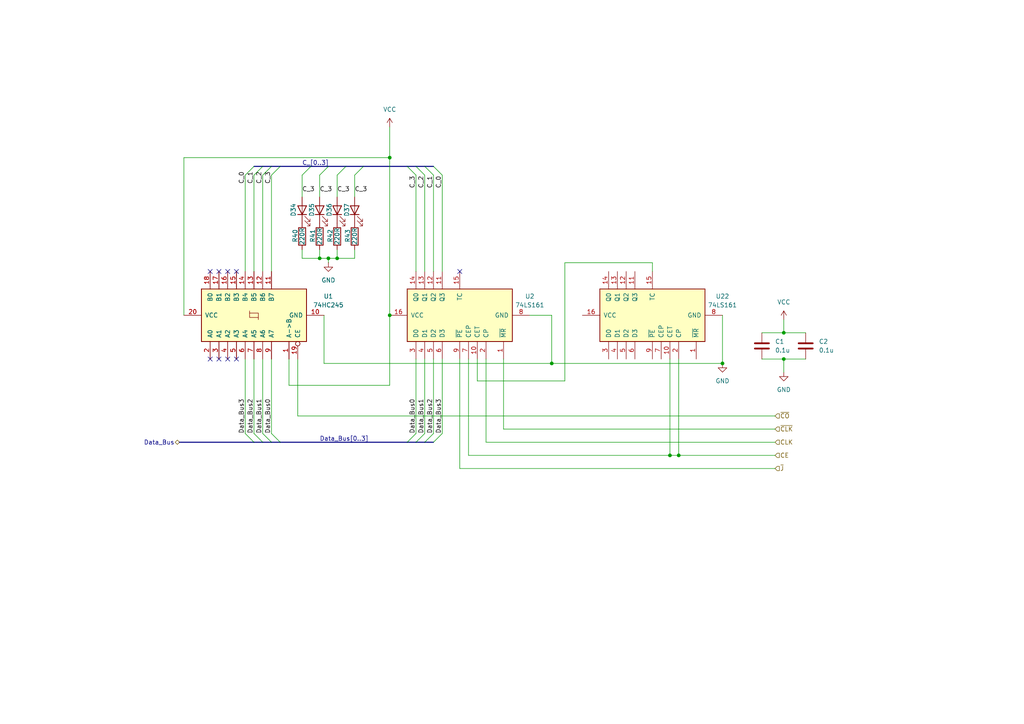
<source format=kicad_sch>
(kicad_sch (version 20231120) (generator "eeschema") (generator_version "8.0")
  (paper "A4")
  (lib_symbols
    (symbol "74xx:74HC245" (pin_names (offset 1.016))
      (property "Reference" "U" (at -7.62 16.51 0))
      (property "Value" "74HC245" (at -7.62 -16.51 0))
      (symbol "74HC245_1_0"
        (polyline (pts (xy -0.635 -1.27) (xy -0.635 1.27) (xy 0.635 1.27)))
        (polyline (pts (xy -1.27 -1.27) (xy 0.635 -1.27) (xy 0.635 1.27) (xy 1.27 1.27)))
        (pin input line (at -12.7 -10.16 0) (length 5.08) (name "A->B") (number "1"))
        (pin power_in line (at 0 -20.32 90) (length 5.08) (name "GND") (number "10"))
        (pin tri_state line (at 12.7 -5.08 180) (length 5.08) (name "B7") (number "11"))
        (pin tri_state line (at 12.7 -2.54 180) (length 5.08) (name "B6") (number "12"))
        (pin tri_state line (at 12.7 0 180) (length 5.08) (name "B5") (number "13"))
        (pin tri_state line (at 12.7 2.54 180) (length 5.08) (name "B4") (number "14"))
        (pin tri_state line (at 12.7 5.08 180) (length 5.08) (name "B3") (number "15"))
        (pin tri_state line (at 12.7 7.62 180) (length 5.08) (name "B2") (number "16"))
        (pin tri_state line (at 12.7 10.16 180) (length 5.08) (name "B1") (number "17"))
        (pin tri_state line (at 12.7 12.7 180) (length 5.08) (name "B0") (number "18"))
        (pin input inverted (at -12.7 -12.7 0) (length 5.08) (name "CE") (number "19"))
        (pin tri_state line (at -12.7 12.7 0) (length 5.08) (name "A0") (number "2"))
        (pin power_in line (at 0 20.32 270) (length 5.08) (name "VCC") (number "20"))
        (pin tri_state line (at -12.7 10.16 0) (length 5.08) (name "A1") (number "3"))
        (pin tri_state line (at -12.7 7.62 0) (length 5.08) (name "A2") (number "4"))
        (pin tri_state line (at -12.7 5.08 0) (length 5.08) (name "A3") (number "5"))
        (pin tri_state line (at -12.7 2.54 0) (length 5.08) (name "A4") (number "6"))
        (pin tri_state line (at -12.7 0 0) (length 5.08) (name "A5") (number "7"))
        (pin tri_state line (at -12.7 -2.54 0) (length 5.08) (name "A6") (number "8"))
        (pin tri_state line (at -12.7 -5.08 0) (length 5.08) (name "A7") (number "9"))
      )
      (symbol "74HC245_1_1"
        (rectangle (start -7.62 15.24) (end 7.62 -15.24) (stroke (width 0.254)) (fill (type background)))
      )
    )
    (symbol "74xx:74LS161" (pin_names (offset 1.016))
      (property "Reference" "U" (at -7.62 16.51 0))
      (property "Value" "74LS161" (at -7.62 -16.51 0))
      (symbol "74LS161_1_0"
        (pin input line (at -12.7 -12.7 0) (length 5.08) (name "~{MR}") (number "1"))
        (pin input line (at -12.7 -5.08 0) (length 5.08) (name "CET") (number "10"))
        (pin output line (at 12.7 5.08 180) (length 5.08) (name "Q3") (number "11"))
        (pin output line (at 12.7 7.62 180) (length 5.08) (name "Q2") (number "12"))
        (pin output line (at 12.7 10.16 180) (length 5.08) (name "Q1") (number "13"))
        (pin output line (at 12.7 12.7 180) (length 5.08) (name "Q0") (number "14"))
        (pin output line (at 12.7 0 180) (length 5.08) (name "TC") (number "15"))
        (pin power_in line (at 0 20.32 270) (length 5.08) (name "VCC") (number "16"))
        (pin input line (at -12.7 -7.62 0) (length 5.08) (name "CP") (number "2"))
        (pin input line (at -12.7 12.7 0) (length 5.08) (name "D0") (number "3"))
        (pin input line (at -12.7 10.16 0) (length 5.08) (name "D1") (number "4"))
        (pin input line (at -12.7 7.62 0) (length 5.08) (name "D2") (number "5"))
        (pin input line (at -12.7 5.08 0) (length 5.08) (name "D3") (number "6"))
        (pin input line (at -12.7 -2.54 0) (length 5.08) (name "CEP") (number "7"))
        (pin power_in line (at 0 -20.32 90) (length 5.08) (name "GND") (number "8"))
        (pin input line (at -12.7 0 0) (length 5.08) (name "~{PE}") (number "9"))
      )
      (symbol "74LS161_1_1"
        (rectangle (start -7.62 15.24) (end 7.62 -15.24) (stroke (width 0.254)) (fill (type background)))
      )
    )
    (symbol "Device:C" (pin_numbers hide) (pin_names (offset 0.254))
      (property "Reference" "C" (at 0.635 2.54 0))
      (property "Value" "C" (at 0.635 -2.54 0))
      (symbol "C_0_1"
        (polyline (pts (xy -2.032 -0.762) (xy 2.032 -0.762)) (stroke (width 0.508)))
        (polyline (pts (xy -2.032 0.762) (xy 2.032 0.762)) (stroke (width 0.508)))
      )
      (symbol "C_1_1"
        (pin passive line (at 0 3.81 270) (length 2.794) (name "~") (number "1"))
        (pin passive line (at 0 -3.81 90) (length 2.794) (name "~") (number "2"))
      )
    )
    (symbol "Device:LED" (pin_numbers hide) (pin_names (offset 1.016) hide)
      (property "Reference" "D" (at 0 2.54 0))
      (property "Value" "LED" (at 0 -2.54 0))
      (symbol "LED_0_1"
        (polyline (pts (xy -1.27 -1.27) (xy -1.27 1.27)) (stroke (width 0.254)))
        (polyline (pts (xy -1.27 0) (xy 1.27 0)))
        (polyline (pts (xy 1.27 -1.27) (xy 1.27 1.27) (xy -1.27 0) (xy 1.27 -1.27)) (stroke (width 0.254)))
        (polyline (pts (xy -3.048 -0.762) (xy -4.572 -2.286) (xy -3.81 -2.286) (xy -4.572 -2.286) (xy -4.572 -1.524)))
        (polyline (pts (xy -1.778 -0.762) (xy -3.302 -2.286) (xy -2.54 -2.286) (xy -3.302 -2.286) (xy -3.302 -1.524)))
      )
      (symbol "LED_1_1"
        (pin passive line (at -3.81 0 0) (length 2.54) (name "K") (number "1"))
        (pin passive line (at 3.81 0 180) (length 2.54) (name "A") (number "2"))
      )
    )
    (symbol "Device:R" (pin_numbers hide) (pin_names (offset 0))
      (property "Reference" "R" (at 2.032 0 90))
      (property "Value" "R" (at 0 0 90))
      (symbol "R_0_1"
        (rectangle (start -1.016 -2.54) (end 1.016 2.54) (stroke (width 0.254)))
      )
      (symbol "R_1_1"
        (pin passive line (at 0 3.81 270) (length 1.27) (name "~") (number "1"))
        (pin passive line (at 0 -3.81 90) (length 1.27) (name "~") (number "2"))
      )
    )
    (symbol "power:GND" (power) (pin_numbers hide) (pin_names (offset 0) hide)
      (property "Value" "GND" (at 0 -3.81 0))
      (symbol "GND_0_1"
        (polyline (pts (xy 0 0) (xy 0 -1.27) (xy 1.27 -1.27) (xy 0 -2.54) (xy -1.27 -1.27) (xy 0 -1.27)))
      )
      (symbol "GND_1_1"
        (pin power_in line (at 0 0 270) (length 0) (name "~") (number "1"))
      )
    )
    (symbol "power:VCC" (power) (pin_numbers hide) (pin_names (offset 0) hide)
      (property "Value" "VCC" (at 0 3.556 0))
      (symbol "VCC_0_1"
        (polyline (pts (xy -0.762 1.27) (xy 0 2.54)))
        (polyline (pts (xy 0 0) (xy 0 2.54)))
        (polyline (pts (xy 0 2.54) (xy 0.762 1.27)))
      )
      (symbol "VCC_1_1"
        (pin power_in line (at 0 0 90) (length 0) (name "~") (number "1"))
      )
    )
  )
  (junction (at 196.85 132.08))
  (junction (at 113.03 45.72))
  (junction (at 92.71 74.93))
  (junction (at 113.03 91.44))
  (junction (at 227.33 104.14))
  (junction (at 97.79 74.93))
  (junction (at 194.31 132.08))
  (junction (at 209.55 105.41))
  (junction (at 160.02 105.41))
  (junction (at 227.33 96.52))
  (junction (at 95.25 74.93))
  (no_connect (at 133.35 78.74))
  (no_connect (at 60.96 78.74))
  (no_connect (at 66.04 104.14))
  (no_connect (at 66.04 78.74))
  (no_connect (at 63.5 78.74))
  (no_connect (at 63.5 104.14))
  (no_connect (at 60.96 104.14))
  (no_connect (at 68.58 78.74))
  (no_connect (at 68.58 104.14))
  (bus_entry (at 118.11 128.27) (size 2.54 -2.54))
  (bus_entry (at 81.28 128.27) (size -2.54 -2.54))
  (bus_entry (at 90.17 48.26) (size -2.54 2.54))
  (bus_entry (at 123.19 128.27) (size 2.54 -2.54))
  (bus_entry (at 123.19 48.26) (size 2.54 2.54))
  (bus_entry (at 73.66 128.27) (size -2.54 -2.54))
  (bus_entry (at 95.25 48.26) (size -2.54 2.54))
  (bus_entry (at 120.65 48.26) (size 2.54 2.54))
  (bus_entry (at 125.73 48.26) (size 2.54 2.54))
  (bus_entry (at 125.73 128.27) (size 2.54 -2.54))
  (bus_entry (at 76.2 48.26) (size -2.54 2.54))
  (bus_entry (at 118.11 48.26) (size 2.54 2.54))
  (bus_entry (at 81.28 48.26) (size -2.54 2.54))
  (bus_entry (at 78.74 48.26) (size -2.54 2.54))
  (bus_entry (at 73.66 48.26) (size -2.54 2.54))
  (bus_entry (at 105.41 48.26) (size -2.54 2.54))
  (bus_entry (at 120.65 128.27) (size 2.54 -2.54))
  (bus_entry (at 100.33 48.26) (size -2.54 2.54))
  (bus_entry (at 78.74 128.27) (size -2.54 -2.54))
  (bus_entry (at 76.2 128.27) (size -2.54 -2.54))
  (wire (pts (xy 113.03 111.76) (xy 83.82 111.76)))
  (wire (pts (xy 146.05 124.46) (xy 224.79 124.46)))
  (wire (pts (xy 97.79 74.93) (xy 102.87 74.93)))
  (wire (pts (xy 135.89 104.14) (xy 135.89 132.08)))
  (wire (pts (xy 160.02 105.41) (xy 209.55 105.41)))
  (bus (pts (xy 100.33 48.26) (xy 105.41 48.26)))
  (wire (pts (xy 220.98 96.52) (xy 227.33 96.52)))
  (wire (pts (xy 128.27 50.8) (xy 128.27 78.74)))
  (wire (pts (xy 123.19 50.8) (xy 123.19 78.74)))
  (wire (pts (xy 95.25 74.93) (xy 95.25 76.2)))
  (wire (pts (xy 73.66 50.8) (xy 73.66 78.74)))
  (bus (pts (xy 73.66 48.26) (xy 76.2 48.26)))
  (bus (pts (xy 81.28 128.27) (xy 118.11 128.27)))
  (wire (pts (xy 125.73 104.14) (xy 125.73 125.73)))
  (wire (pts (xy 227.33 104.14) (xy 233.68 104.14)))
  (wire (pts (xy 146.05 104.14) (xy 146.05 124.46)))
  (wire (pts (xy 196.85 104.14) (xy 196.85 132.08)))
  (wire (pts (xy 95.25 74.93) (xy 97.79 74.93)))
  (wire (pts (xy 153.67 91.44) (xy 160.02 91.44)))
  (bus (pts (xy 105.41 48.26) (xy 118.11 48.26)))
  (wire (pts (xy 125.73 50.8) (xy 125.73 78.74)))
  (bus (pts (xy 123.19 128.27) (xy 125.73 128.27)))
  (bus (pts (xy 95.25 48.26) (xy 100.33 48.26)))
  (wire (pts (xy 113.03 111.76) (xy 113.03 91.44)))
  (wire (pts (xy 76.2 50.8) (xy 76.2 78.74)))
  (wire (pts (xy 92.71 50.8) (xy 92.71 57.15)))
  (wire (pts (xy 163.83 76.2) (xy 163.83 110.49)))
  (wire (pts (xy 78.74 104.14) (xy 78.74 125.73)))
  (wire (pts (xy 135.89 132.08) (xy 194.31 132.08)))
  (wire (pts (xy 120.65 50.8) (xy 120.65 78.74)))
  (wire (pts (xy 189.23 76.2) (xy 163.83 76.2)))
  (wire (pts (xy 92.71 72.39) (xy 92.71 74.93)))
  (wire (pts (xy 93.98 105.41) (xy 160.02 105.41)))
  (wire (pts (xy 83.82 111.76) (xy 83.82 104.14)))
  (wire (pts (xy 73.66 104.14) (xy 73.66 125.73)))
  (wire (pts (xy 78.74 50.8) (xy 78.74 78.74)))
  (bus (pts (xy 76.2 128.27) (xy 78.74 128.27)))
  (bus (pts (xy 123.19 48.26) (xy 125.73 48.26)))
  (wire (pts (xy 194.31 104.14) (xy 194.31 132.08)))
  (wire (pts (xy 133.35 104.14) (xy 133.35 135.89)))
  (wire (pts (xy 227.33 96.52) (xy 233.68 96.52)))
  (wire (pts (xy 102.87 50.8) (xy 102.87 57.15)))
  (wire (pts (xy 87.63 50.8) (xy 87.63 57.15)))
  (wire (pts (xy 71.12 104.14) (xy 71.12 125.73)))
  (bus (pts (xy 120.65 48.26) (xy 123.19 48.26)))
  (bus (pts (xy 118.11 48.26) (xy 120.65 48.26)))
  (bus (pts (xy 78.74 128.27) (xy 81.28 128.27)))
  (bus (pts (xy 76.2 48.26) (xy 78.74 48.26)))
  (wire (pts (xy 194.31 132.08) (xy 196.85 132.08)))
  (wire (pts (xy 227.33 92.71) (xy 227.33 96.52)))
  (wire (pts (xy 140.97 128.27) (xy 224.79 128.27)))
  (wire (pts (xy 53.34 91.44) (xy 53.34 45.72)))
  (bus (pts (xy 52.07 128.27) (xy 73.66 128.27)))
  (bus (pts (xy 120.65 128.27) (xy 123.19 128.27)))
  (bus (pts (xy 118.11 128.27) (xy 120.65 128.27)))
  (wire (pts (xy 87.63 74.93) (xy 92.71 74.93)))
  (wire (pts (xy 163.83 110.49) (xy 138.43 110.49)))
  (bus (pts (xy 73.66 128.27) (xy 76.2 128.27)))
  (wire (pts (xy 140.97 104.14) (xy 140.97 128.27)))
  (wire (pts (xy 93.98 105.41) (xy 93.98 91.44)))
  (bus (pts (xy 90.17 48.26) (xy 95.25 48.26)))
  (wire (pts (xy 86.36 104.14) (xy 86.36 120.65)))
  (wire (pts (xy 53.34 45.72) (xy 113.03 45.72)))
  (wire (pts (xy 196.85 132.08) (xy 224.79 132.08)))
  (wire (pts (xy 97.79 72.39) (xy 97.79 74.93)))
  (wire (pts (xy 189.23 78.74) (xy 189.23 76.2)))
  (wire (pts (xy 86.36 120.65) (xy 224.79 120.65)))
  (bus (pts (xy 81.28 48.26) (xy 90.17 48.26)))
  (wire (pts (xy 76.2 104.14) (xy 76.2 125.73)))
  (wire (pts (xy 92.71 74.93) (xy 95.25 74.93)))
  (wire (pts (xy 123.19 104.14) (xy 123.19 125.73)))
  (wire (pts (xy 138.43 104.14) (xy 138.43 110.49)))
  (wire (pts (xy 209.55 105.41) (xy 209.55 91.44)))
  (wire (pts (xy 102.87 74.93) (xy 102.87 72.39)))
  (bus (pts (xy 78.74 48.26) (xy 81.28 48.26)))
  (wire (pts (xy 113.03 36.83) (xy 113.03 45.72)))
  (wire (pts (xy 87.63 72.39) (xy 87.63 74.93)))
  (wire (pts (xy 113.03 45.72) (xy 113.03 91.44)))
  (wire (pts (xy 71.12 50.8) (xy 71.12 78.74)))
  (wire (pts (xy 133.35 135.89) (xy 224.79 135.89)))
  (wire (pts (xy 120.65 104.14) (xy 120.65 125.73)))
  (wire (pts (xy 97.79 50.8) (xy 97.79 57.15)))
  (wire (pts (xy 220.98 104.14) (xy 227.33 104.14)))
  (wire (pts (xy 128.27 104.14) (xy 128.27 125.73)))
  (wire (pts (xy 160.02 91.44) (xy 160.02 105.41)))
  (wire (pts (xy 227.33 104.14) (xy 227.33 107.95)))
  (label "Data_Bus[0..3]" (at 92.71 128.27 0))
  (label "Data_Bus1" (at 76.2 125.73 90))
  (label "C_3" (at 97.79 55.88 0))
  (label "Data_Bus2" (at 125.73 125.73 90))
  (label "C_3" (at 78.74 53.34 90))
  (label "Data_Bus0" (at 120.65 125.73 90))
  (label "C_3" (at 92.71 55.88 0))
  (label "C_[0..3]" (at 87.63 48.26 0))
  (label "Data_Bus2" (at 73.66 125.73 90))
  (label "C_2" (at 123.19 54.61 90))
  (label "C_3" (at 120.65 54.61 90))
  (label "C_3" (at 102.87 55.88 0))
  (label "C_3" (at 87.63 55.88 0))
  (label "Data_Bus1" (at 123.19 125.73 90))
  (label "Data_Bus0" (at 78.74 125.73 90))
  (label "C_1" (at 125.73 54.61 90))
  (label "C_1" (at 73.66 53.34 90))
  (label "Data_Bus3" (at 128.27 125.73 90))
  (label "C_2" (at 76.2 53.34 90))
  (label "C_0" (at 128.27 54.61 90))
  (label "Data_Bus3" (at 71.12 125.73 90))
  (label "C_0" (at 71.12 53.34 90))
  (hierarchical_label "~{J}" (shape input) (at 224.79 135.89 0))
  (hierarchical_label "CE" (shape input) (at 224.79 132.08 0))
  (hierarchical_label "Data_Bus" (shape bidirectional) (at 52.07 128.27 180))
  (hierarchical_label "~{CO}" (shape input) (at 224.79 120.65 0))
  (hierarchical_label "~{CLK}" (shape input) (at 224.79 124.46 0))
  (hierarchical_label "CLK" (shape input) (at 224.79 128.27 0))
  (symbol (lib_id "power:VCC") (at 227.33 92.71 0) (unit 1)
    (property "Reference" "#PWR01" (effects (hide yes)))
    (property "Value" "VCC" (at 227.33 87.63 0))
    (property "Description" "Power symbol creates a global label with name \"VCC\"" (effects (hide yes)))
  )
  (symbol (lib_id "Device:C") (at 233.68 100.33 0) (unit 1)
    (property "Reference" "C2" (at 237.49 99.0599 0) (effects (justify left)))
    (property "Value" "0.1u" (at 237.49 101.5999 0) (effects (justify left)))
    (property "Description" "Unpolarized capacitor" (effects (hide yes)))
  )
  (symbol (lib_id "power:GND") (at 227.33 107.95 0) (unit 1)
    (property "Reference" "#PWR02" (effects (hide yes)))
    (property "Value" "GND" (at 227.33 113.03 0))
    (property "Description" "Power symbol creates a global label with name \"GND\" , ground" (effects (hide yes)))
  )
  (symbol (lib_id "power:GND") (at 209.55 105.41 0) (unit 1)
    (property "Reference" "#PWR033" (effects (hide yes)))
    (property "Value" "GND" (at 209.55 110.49 0))
    (property "Description" "Power symbol creates a global label with name \"GND\" , ground" (effects (hide yes)))
  )
  (symbol (lib_id "Device:R") (at 87.63 68.58 0) (unit 1)
    (property "Reference" "R40" (at 85.598 70.358 90) (effects (justify left)))
    (property "Value" "220R" (at 87.63 71.12 90) (effects (justify left)))
    (property "Description" "Resistor" (effects (hide yes)))
  )
  (symbol (lib_id "Device:LED") (at 97.79 60.96 90) (unit 1)
    (property "Reference" "D36" (at 95.504 58.928 0) (effects (justify right)))
    (property "Value" "LED" (effects (hide yes)))
    (property "Description" "Light emitting diode" (effects (hide yes)))
  )
  (symbol (lib_id "power:VCC") (at 113.03 36.83 0) (unit 1)
    (property "Reference" "#PWR030" (effects (hide yes)))
    (property "Value" "VCC" (at 113.03 31.75 0))
    (property "Description" "Power symbol creates a global label with name \"VCC\"" (effects (hide yes)))
  )
  (symbol (lib_id "74xx:74HC245") (at 73.66 91.44 90) (unit 1)
    (property "Reference" "U1" (at 95.25 85.9438 90))
    (property "Value" "74HC245" (at 95.25 88.4838 90))
    (property "Datasheet" "http://www.ti.com/lit/gpn/sn74HC245" (effects (hide yes)))
    (property "Description" "Octal BUS Transceivers, 3-State outputs" (effects (hide yes)))
  )
  (symbol (lib_id "Device:LED") (at 87.63 60.96 90) (unit 1)
    (property "Reference" "D34" (at 85.09 58.928 0) (effects (justify right)))
    (property "Value" "LED" (effects (hide yes)))
    (property "Description" "Light emitting diode" (effects (hide yes)))
  )
  (symbol (lib_id "Device:C") (at 220.98 100.33 0) (unit 1)
    (property "Reference" "C1" (at 224.79 99.0599 0) (effects (justify left)))
    (property "Value" "0.1u" (at 224.79 101.5999 0) (effects (justify left)))
    (property "Description" "Unpolarized capacitor" (effects (hide yes)))
  )
  (symbol (lib_id "Device:LED") (at 102.87 60.96 90) (unit 1)
    (property "Reference" "D37" (at 100.584 58.928 0) (effects (justify right)))
    (property "Value" "LED" (effects (hide yes)))
    (property "Description" "Light emitting diode" (effects (hide yes)))
  )
  (symbol (lib_id "power:GND") (at 95.25 76.2 0) (unit 1)
    (property "Reference" "#PWR031" (effects (hide yes)))
    (property "Value" "GND" (at 95.25 81.28 0))
    (property "Description" "Power symbol creates a global label with name \"GND\" , ground" (effects (hide yes)))
  )
  (symbol (lib_id "74xx:74LS161") (at 189.23 91.44 90) (unit 1)
    (property "Reference" "U22" (at 209.55 85.9438 90))
    (property "Value" "74LS161" (at 209.55 88.4838 90))
    (property "Datasheet" "http://www.ti.com/lit/gpn/sn74LS161" (effects (hide yes)))
    (property "Description" "Synchronous 4-bit programmable binary Counter" (effects (hide yes)))
  )
  (symbol (lib_id "Device:LED") (at 92.71 60.96 90) (unit 1)
    (property "Reference" "D35" (at 90.424 58.928 0) (effects (justify right)))
    (property "Value" "LED" (effects (hide yes)))
    (property "Description" "Light emitting diode" (effects (hide yes)))
  )
  (symbol (lib_id "Device:R") (at 92.71 68.58 0) (unit 1)
    (property "Reference" "R41" (at 90.678 70.358 90) (effects (justify left)))
    (property "Value" "220R" (at 92.71 71.12 90) (effects (justify left)))
    (property "Description" "Resistor" (effects (hide yes)))
  )
  (symbol (lib_id "Device:R") (at 102.87 68.58 0) (unit 1)
    (property "Reference" "R43" (at 100.838 70.358 90) (effects (justify left)))
    (property "Value" "220R" (at 102.87 71.12 90) (effects (justify left)))
    (property "Description" "Resistor" (effects (hide yes)))
  )
  (symbol (lib_id "74xx:74LS161") (at 133.35 91.44 90) (unit 1)
    (property "Reference" "U2" (at 153.67 85.9438 90))
    (property "Value" "74LS161" (at 153.67 88.4838 90))
    (property "Datasheet" "http://www.ti.com/lit/gpn/sn74LS161" (effects (hide yes)))
    (property "Description" "Synchronous 4-bit programmable binary Counter" (effects (hide yes)))
  )
  (symbol (lib_id "Device:R") (at 97.79 68.58 0) (unit 1)
    (property "Reference" "R42" (at 95.758 70.358 90) (effects (justify left)))
    (property "Value" "220R" (at 97.79 71.12 90) (effects (justify left)))
    (property "Description" "Resistor" (effects (hide yes)))
  )
)
</source>
